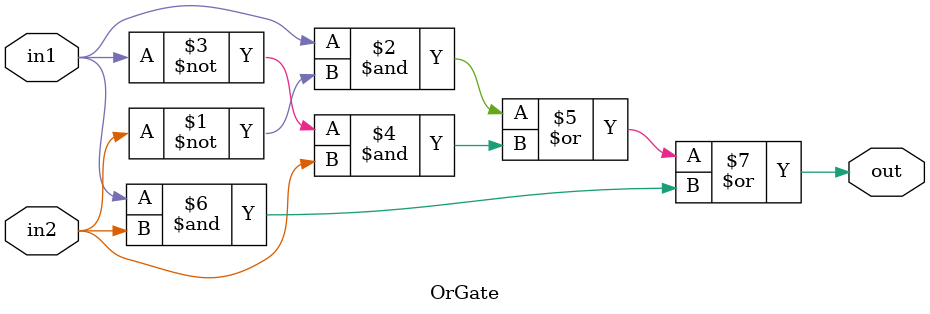
<source format=v>
module OrGate(input in1, input in2, output out);
assign out = in1&(~in2) | (~in1)&in2 | in1&in2;

/*  
A B A|B
0 0 0
1 0 1
0 1 1
1 1 1
SOP = AB' + A'B + AB
	
*/ 

endmodule
</source>
